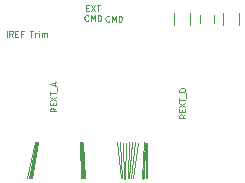
<source format=gbr>
G04 #@! TF.FileFunction,Legend,Top*
%FSLAX46Y46*%
G04 Gerber Fmt 4.6, Leading zero omitted, Abs format (unit mm)*
G04 Created by KiCad (PCBNEW 4.0.7-e1-6374~58~ubuntu16.04.1) date Tue Aug 22 20:20:45 2017*
%MOMM*%
%LPD*%
G01*
G04 APERTURE LIST*
%ADD10C,0.100000*%
%ADD11C,0.114300*%
%ADD12C,0.120000*%
%ADD13C,0.010000*%
G04 APERTURE END LIST*
D10*
D11*
X153391810Y-95189524D02*
X153149905Y-95358857D01*
X153391810Y-95479810D02*
X152883810Y-95479810D01*
X152883810Y-95286286D01*
X152908000Y-95237905D01*
X152932190Y-95213714D01*
X152980571Y-95189524D01*
X153053143Y-95189524D01*
X153101524Y-95213714D01*
X153125714Y-95237905D01*
X153149905Y-95286286D01*
X153149905Y-95479810D01*
X153125714Y-94971810D02*
X153125714Y-94802476D01*
X153391810Y-94729905D02*
X153391810Y-94971810D01*
X152883810Y-94971810D01*
X152883810Y-94729905D01*
X152883810Y-94560572D02*
X153391810Y-94221905D01*
X152883810Y-94221905D02*
X153391810Y-94560572D01*
X152883810Y-94100952D02*
X152883810Y-93810666D01*
X153391810Y-93955809D02*
X152883810Y-93955809D01*
X153440190Y-93762285D02*
X153440190Y-93375237D01*
X153391810Y-93254285D02*
X152883810Y-93254285D01*
X152883810Y-93133332D01*
X152908000Y-93060761D01*
X152956381Y-93012380D01*
X153004762Y-92988189D01*
X153101524Y-92963999D01*
X153174095Y-92963999D01*
X153270857Y-92988189D01*
X153319238Y-93012380D01*
X153367619Y-93060761D01*
X153391810Y-93133332D01*
X153391810Y-93254285D01*
X142469810Y-94645239D02*
X142227905Y-94814572D01*
X142469810Y-94935525D02*
X141961810Y-94935525D01*
X141961810Y-94742001D01*
X141986000Y-94693620D01*
X142010190Y-94669429D01*
X142058571Y-94645239D01*
X142131143Y-94645239D01*
X142179524Y-94669429D01*
X142203714Y-94693620D01*
X142227905Y-94742001D01*
X142227905Y-94935525D01*
X142203714Y-94427525D02*
X142203714Y-94258191D01*
X142469810Y-94185620D02*
X142469810Y-94427525D01*
X141961810Y-94427525D01*
X141961810Y-94185620D01*
X141961810Y-94016287D02*
X142469810Y-93677620D01*
X141961810Y-93677620D02*
X142469810Y-94016287D01*
X141961810Y-93556667D02*
X141961810Y-93266381D01*
X142469810Y-93411524D02*
X141961810Y-93411524D01*
X142518190Y-93218000D02*
X142518190Y-92830952D01*
X142324667Y-92734190D02*
X142324667Y-92492285D01*
X142469810Y-92782571D02*
X141961810Y-92613238D01*
X142469810Y-92443904D01*
X146932953Y-87303429D02*
X146908763Y-87327619D01*
X146836191Y-87351810D01*
X146787810Y-87351810D01*
X146715239Y-87327619D01*
X146666858Y-87279238D01*
X146642667Y-87230857D01*
X146618477Y-87134095D01*
X146618477Y-87061524D01*
X146642667Y-86964762D01*
X146666858Y-86916381D01*
X146715239Y-86868000D01*
X146787810Y-86843810D01*
X146836191Y-86843810D01*
X146908763Y-86868000D01*
X146932953Y-86892190D01*
X147150667Y-87351810D02*
X147150667Y-86843810D01*
X147320001Y-87206667D01*
X147489334Y-86843810D01*
X147489334Y-87351810D01*
X147731238Y-87351810D02*
X147731238Y-86843810D01*
X147852191Y-86843810D01*
X147924762Y-86868000D01*
X147973143Y-86916381D01*
X147997334Y-86964762D01*
X148021524Y-87061524D01*
X148021524Y-87134095D01*
X147997334Y-87230857D01*
X147973143Y-87279238D01*
X147924762Y-87327619D01*
X147852191Y-87351810D01*
X147731238Y-87351810D01*
X144997714Y-86139564D02*
X145167048Y-86139564D01*
X145239619Y-86405660D02*
X144997714Y-86405660D01*
X144997714Y-85897660D01*
X145239619Y-85897660D01*
X145408952Y-85897660D02*
X145747619Y-86405660D01*
X145747619Y-85897660D02*
X145408952Y-86405660D01*
X145868572Y-85897660D02*
X146158858Y-85897660D01*
X146013715Y-86405660D02*
X146013715Y-85897660D01*
X145154953Y-87233579D02*
X145130763Y-87257769D01*
X145058191Y-87281960D01*
X145009810Y-87281960D01*
X144937239Y-87257769D01*
X144888858Y-87209388D01*
X144864667Y-87161007D01*
X144840477Y-87064245D01*
X144840477Y-86991674D01*
X144864667Y-86894912D01*
X144888858Y-86846531D01*
X144937239Y-86798150D01*
X145009810Y-86773960D01*
X145058191Y-86773960D01*
X145130763Y-86798150D01*
X145154953Y-86822340D01*
X145372667Y-87281960D02*
X145372667Y-86773960D01*
X145542001Y-87136817D01*
X145711334Y-86773960D01*
X145711334Y-87281960D01*
X145953238Y-87281960D02*
X145953238Y-86773960D01*
X146074191Y-86773960D01*
X146146762Y-86798150D01*
X146195143Y-86846531D01*
X146219334Y-86894912D01*
X146243524Y-86991674D01*
X146243524Y-87064245D01*
X146219334Y-87161007D01*
X146195143Y-87209388D01*
X146146762Y-87257769D01*
X146074191Y-87281960D01*
X145953238Y-87281960D01*
X138248571Y-88621810D02*
X138248571Y-88113810D01*
X138780762Y-88621810D02*
X138611429Y-88379905D01*
X138490476Y-88621810D02*
X138490476Y-88113810D01*
X138684000Y-88113810D01*
X138732381Y-88138000D01*
X138756572Y-88162190D01*
X138780762Y-88210571D01*
X138780762Y-88283143D01*
X138756572Y-88331524D01*
X138732381Y-88355714D01*
X138684000Y-88379905D01*
X138490476Y-88379905D01*
X138998476Y-88355714D02*
X139167810Y-88355714D01*
X139240381Y-88621810D02*
X138998476Y-88621810D01*
X138998476Y-88113810D01*
X139240381Y-88113810D01*
X139627429Y-88355714D02*
X139458095Y-88355714D01*
X139458095Y-88621810D02*
X139458095Y-88113810D01*
X139700000Y-88113810D01*
X140208001Y-88113810D02*
X140498287Y-88113810D01*
X140353144Y-88621810D02*
X140353144Y-88113810D01*
X140667620Y-88621810D02*
X140667620Y-88283143D01*
X140667620Y-88379905D02*
X140691811Y-88331524D01*
X140716001Y-88307333D01*
X140764382Y-88283143D01*
X140812763Y-88283143D01*
X140982096Y-88621810D02*
X140982096Y-88283143D01*
X140982096Y-88113810D02*
X140957906Y-88138000D01*
X140982096Y-88162190D01*
X141006287Y-88138000D01*
X140982096Y-88113810D01*
X140982096Y-88162190D01*
X141224001Y-88621810D02*
X141224001Y-88283143D01*
X141224001Y-88331524D02*
X141248192Y-88307333D01*
X141296573Y-88283143D01*
X141369144Y-88283143D01*
X141417525Y-88307333D01*
X141441716Y-88355714D01*
X141441716Y-88621810D01*
X141441716Y-88355714D02*
X141465906Y-88307333D01*
X141514287Y-88283143D01*
X141586859Y-88283143D01*
X141635239Y-88307333D01*
X141659430Y-88355714D01*
X141659430Y-88621810D01*
D12*
X154594000Y-87472000D02*
X154594000Y-86772000D01*
X155794000Y-86772000D02*
X155794000Y-87472000D01*
X157906000Y-86634000D02*
X157906000Y-87634000D01*
X156546000Y-87634000D02*
X156546000Y-86634000D01*
X153778500Y-86622000D02*
X153778500Y-87622000D01*
X152418500Y-87622000D02*
X152418500Y-86622000D01*
D13*
X149725380Y-100606860D02*
X149898100Y-97561400D01*
X140126720Y-100596700D02*
X140726160Y-97523300D01*
X140218160Y-100594160D02*
X140784580Y-97541080D01*
X140324840Y-100594160D02*
X140832840Y-97556320D01*
X140423900Y-100594160D02*
X140891260Y-97561400D01*
X144528540Y-100604320D02*
X144503140Y-97541080D01*
X144617440Y-100599240D02*
X144561560Y-97546160D01*
X144724120Y-100596700D02*
X144627600Y-97556320D01*
X144823180Y-100596700D02*
X144663160Y-97558860D01*
X144924780Y-100599240D02*
X144716500Y-97566480D01*
X147927060Y-100594160D02*
X147584160Y-97508060D01*
X148015960Y-100606860D02*
X147828000Y-97520760D01*
X148216620Y-100611940D02*
X148074380Y-97566480D01*
X148310600Y-100611940D02*
X148338540Y-97581720D01*
X148516340Y-100596700D02*
X148610320Y-97551240D01*
X148617940Y-100604320D02*
X148838920Y-97556320D01*
X148823680Y-100604320D02*
X149103080Y-97546160D01*
X148927820Y-100594160D02*
X149354540Y-97584260D01*
X140014960Y-100596700D02*
X140657580Y-97513140D01*
X149816820Y-100617020D02*
X149943820Y-97571560D01*
X149918420Y-100594160D02*
X149997160Y-97594420D01*
X150027640Y-100594160D02*
X150075900Y-97617280D01*
X150121620Y-100596700D02*
X150152100Y-97617280D01*
M02*

</source>
